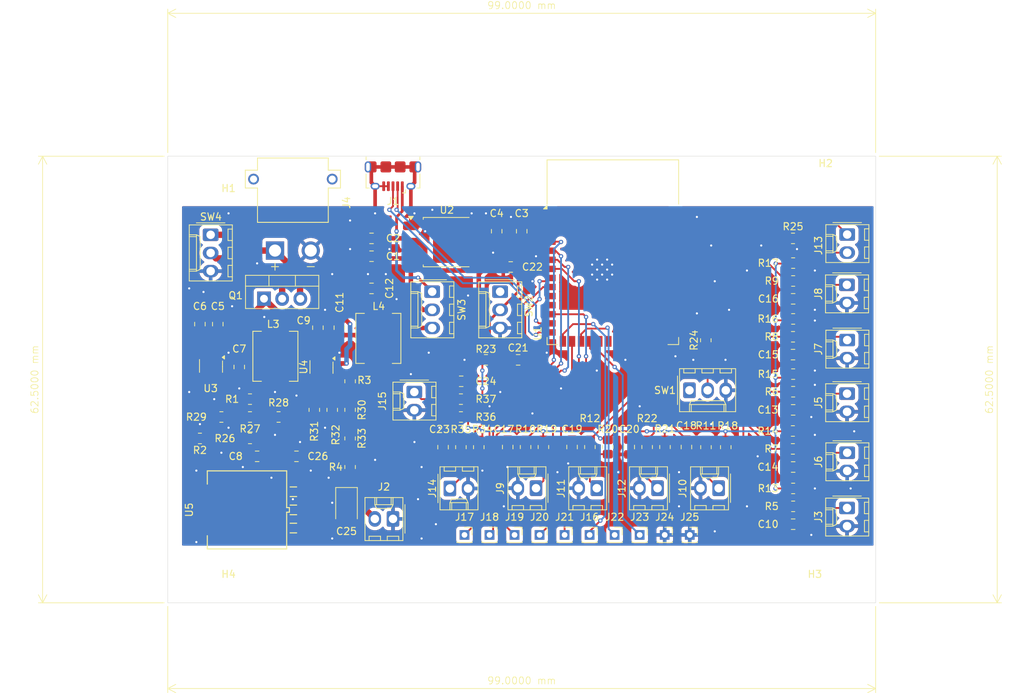
<source format=kicad_pcb>
(kicad_pcb (version 20240108) (generator "pcbnew") (generator_version "8.0")
  (layers (0 "F.Cu" signal) (31 "B.Cu" signal) (34 "B.Paste" user) (35 "F.Paste" user) (36 "B.SilkS" user "B.Silkscreen") (37 "F.SilkS" user "F.Silkscreen") (38 "B.Mask" user) (39 "F.Mask" user) (44 "Edge.Cuts" user))
  (net 0 "")
  (net 1 "GND")
  (net 2 "Net-(SW3-B)")
  (net 3 "Net-(U5-IN)")
  (net 4 "+3V3")
  (net 5 "+7.5V")
  (net 6 "Net-(U3-VBST)")
  (net 7 "Net-(U3-SW)")
  (net 8 "Net-(J2-Pin_2)")
  (net 9 "/PAN-UP")
  (net 10 "Net-(U4-SW)")
  (net 11 "Net-(U4-VBST)")
  (net 12 "/POW_BUCK")
  (net 13 "/TILT-LEFT")
  (net 14 "/PAN-DOWN")
  (net 15 "/TILT-RIGHT")
  (net 16 "/PICTURE")
  (net 17 "/ZOOM-IN")
  (net 18 "/VIDEO")
  (net 19 "/ZOOM-OUT")
  (net 20 "/MODE")
  (net 21 "/EN")
  (net 22 "Net-(J3-Pin_1)")
  (net 23 "Net-(J5-Pin_1)")
  (net 24 "Net-(J6-Pin_1)")
  (net 25 "Net-(J7-Pin_1)")
  (net 26 "Net-(J8-Pin_1)")
  (net 27 "Net-(J9-Pin_1)")
  (net 28 "Net-(J10-Pin_1)")
  (net 29 "Net-(J11-Pin_1)")
  (net 30 "Net-(J12-Pin_1)")
  (net 31 "Net-(J13-Pin_1)")
  (net 32 "Net-(U3-VFB)")
  (net 33 "Net-(U4-VFB)")
  (net 34 "/BOOT")
  (net 36 "/SPEED-DOWN")
  (net 40 "/SPEED-UP")
  (net 45 "/POW_USB")
  (net 49 "Net-(J14-Pin_1)")
  (net 51 "Net-(J15-Pin_1)")
  (net 52 "/IO3")
  (net 53 "/IO4")
  (net 55 "/IO5")
  (net 56 "Net-(SW1-B)")
  (net 59 "Net-(J13-Pin_2)")
  (net 60 "/D-")
  (net 61 "/D+")
  (net 62 "/IO6")
  (net 63 "/IO7")
  (net 64 "/IO8")
  (net 65 "/IO9")
  (net 66 "/IO10")
  (net 67 "Net-(R1-Pad2)")
  (net 68 "Net-(R3-Pad2)")
  (net 69 "Net-(R30-Pad2)")
  (net 71 "Net-(R1-Pad1)")
  (net 72 "/Source")
  (net 73 "/Gate")
  (footprint "Resistor_SMD:R_0805_2012Metric_Pad1.20x1.40mm_HandSolder" (layer "F.Cu") (at 118.5 108 -90)
    (property "Reference" "R3")
    (property "Value" "R")
  )
  (footprint "Connector_PinSocket_2.00mm:PinSocket_1x01_P2.00mm_Vertical" (layer "F.Cu") (at 162.5 129.5)
    (property "Reference" "J24")
    (property "Value" "Ground")
  )
  (footprint "Resistor_SMD:R_0805_2012Metric_Pad1.20x1.40mm_HandSolder" (layer "F.Cu") (at 152.04 117.2 90)
    (property "Reference" "R12")
    (property "Value" "10k")
  )
  (footprint "Capacitor_SMD:C_0805_2012Metric_Pad1.18x1.45mm_HandSolder" (layer "F.Cu") (at 97.5 100 90)
    (property "Reference" "C6")
    (property "Value" "100nF")
  )
  (footprint "Package_TO_SOT_SMD:TO-252-3_TabPin4" (layer "F.Cu") (at 132.04 88.525)
    (property "Reference" "U2")
    (property "Value" "AZ1117-3.3")
  )
  (footprint "Connector_Molex:Molex_KK-254_AE-6410-02A_1x02_P2.54mm_Vertical" (layer "F.Cu") (at 188.02 87.46 -90)
    (property "Reference" "J13")
    (property "Value" "LED-IO2")
  )
  (footprint "Resistor_SMD:R_0805_2012Metric_Pad1.20x1.40mm_HandSolder" (layer "F.Cu") (at 180.4625 99.27 180)
    (property "Reference" "R16")
    (property "Value" "10k")
  )
  (footprint "Capacitor_SMD:C_0805_2012Metric_Pad1.18x1.45mm_HandSolder" (layer "F.Cu") (at 149.54 117.2 -90)
    (property "Reference" "C19")
    (property "Value" "1uF")
  )
  (footprint "Resistor_SMD:R_0805_2012Metric_Pad1.20x1.40mm_HandSolder" (layer "F.Cu") (at 180.4625 125.5 180)
    (property "Reference" "R5")
    (property "Value" "10k")
  )
  (footprint "Capacitor_SMD:C_0805_2012Metric_Pad1.18x1.45mm_HandSolder" (layer "F.Cu") (at 114 100.5 90)
    (property "Reference" "C9")
    (property "Value" "10uF")
  )
  (footprint "Connector_Molex:Molex_KK-254_AE-6410-02A_1x02_P2.54mm_Vertical" (layer "F.Cu") (at 153 122.96 180)
    (property "Reference" "J11")
    (property "Value" "ZOOM-OUT")
  )
  (footprint "Resistor_SMD:R_0805_2012Metric_Pad1.20x1.40mm_HandSolder" (layer "F.Cu") (at 136.5 117.22 90)
    (property "Reference" "R34")
    (property "Value" "10k")
  )
  (footprint "Capacitor_SMD:C_0805_2012Metric_Pad1.18x1.45mm_HandSolder" (layer "F.Cu") (at 180.4625 112)
    (property "Reference" "C13")
    (property "Value" "1uF")
  )
  (footprint "Resistor_SMD:R_0805_2012Metric_Pad1.20x1.40mm_HandSolder" (layer "F.Cu") (at 104.5 110.5 180)
    (property "Reference" "R1")
    (property "Value" "R")
  )
  (footprint "Connector_Molex:Molex_KK-254_AE-6410-03A_1x03_P2.54mm_Vertical" (layer "F.Cu") (at 129.98 95.46 -90)
    (property "Reference" "SW3")
    (property "Value" "USB/Battery Switch")
  )
  (footprint "Connector_PinSocket_2.00mm:PinSocket_1x01_P2.00mm_Vertical" (layer "F.Cu") (at 152 129.5)
    (property "Reference" "J16")
    (property "Value" "IO3")
  )
  (footprint "Package_TO_SOT_SMD:SOT-23-6_Handsoldering" (layer "F.Cu") (at 99.05 105.85 -90)
    (property "Reference" "U3")
    (property "Value" "TPS565201DDCR")
  )
  (footprint "Connector_Molex:Molex_KK-254_AE-6410-02A_1x02_P2.54mm_Vertical" (layer "F.Cu") (at 161.5 122.96 180)
    (property "Reference" "J12")
    (property "Value" "MODE")
  )
  (footprint "Resistor_SMD:R_0805_2012Metric_Pad1.20x1.40mm_HandSolder" (layer "F.Cu") (at 145.54 117.2 90)
    (property "Reference" "R19")
    (property "Value" "10k")
  )
  (footprint "Connector_Molex:Molex_KK-254_AE-6410-03A_1x03_P2.54mm_Vertical" (layer "F.Cu") (at 165.96 109.26)
    (property "Reference" "SW1")
    (property "Value" "Boot Switch")
  )
  (footprint "Capacitor_SMD:C_0805_2012Metric_Pad1.18x1.45mm_HandSolder" (layer "F.Cu") (at 134.0375 108 180)
    (property "Reference" "C24")
    (property "Value" "1uF")
  )
  (footprint "Capacitor_SMD:C_0805_2012Metric_Pad1.18x1.45mm_HandSolder" (layer "F.Cu") (at 142.5 87 90)
    (property "Reference" "C3")
    (property "Value" "10uF")
  )
  (footprint "Capacitor_SMD:C_0805_2012Metric_Pad1.18x1.45mm_HandSolder" (layer "F.Cu") (at 103 106 90)
    (property "Reference" "C7")
    (property "Value" "100nF")
  )
  (footprint "Connector_Molex:Molex_KK-254_AE-6410-03A_1x03_P2.54mm_Vertical" (layer "F.Cu") (at 99 87.5 -90)
    (property "Reference" "SW4")
    (property "Value" "Power Switch")
  )
  (footprint "Resistor_SMD:R_0805_2012Metric_Pad1.20x1.40mm_HandSolder" (layer "F.Cu") (at 100.5 113 180)
    (property "Reference" "R29")
    (property "Value" "R")
  )
  (footprint "Connector_Molex:Molex_KK-254_AE-6410-02A_1x02_P2.54mm_Vertical" (layer "F.Cu") (at 132.46 123)
    (property "Reference" "J14")
    (property "Value" "SPEED-DOWN")
  )
  (footprint "XT30PW-M:AMASS_XT30PW-M" (layer "F.Cu") (at 110.5 79.70575)
    (property "Reference" "J4")
    (property "Value" "XT30PW-M")
  )
  (footprint "Capacitor_SMD:C_0805_2012Metric_Pad1.18x1.45mm_HandSolder" (layer "F.Cu") (at 140.54 117.2 -90)
    (property "Reference" "C17")
    (property "Value" "1uF")
  )
  (footprint "Capacitor_Tantalum_SMD:CP_EIA-3528-12_Kemet-T_Pad1.50x2.35mm_HandSolder" (layer "F.Cu") (at 118 125.5 -90)
    (property "Reference" "C25")
    (property "Value" "15uF")
  )
  (footprint "Resistor_SMD:R_0805_2012Metric_Pad1.20x1.40mm_HandSolder" (layer "F.Cu") (at 113.5 112 -90)
    (property "Reference" "R31")
    (property "Value" "R")
  )
  (footprint "Resistor_SMD:R_0805_2012Metric_Pad1.20x1.40mm_HandSolder" (layer "F.Cu") (at 168.27 117.22 90)
    (property "Reference" "R11")
    (property "Value" "10k")
  )
  (footprint "Resistor_SMD:R_0805_2012Metric_Pad1.20x1.40mm_HandSolder" (layer "F.Cu") (at 104.5 113 180)
    (property "Reference" "R27")
    (property "Value" "R")
  )
  (footprint "Connector_PinSocket_2.00mm:PinSocket_1x01_P2.00mm_Vertical" (layer "F.Cu") (at 148.5 129.5)
    (property "Reference" "J21")
    (property "Value" "IO8")
  )
  (footprint "Capacitor_SMD:C_0805_2012Metric_Pad1.18x1.45mm_HandSolder" (layer "F.Cu") (at 111 118.5)
    (property "Reference" "C26")
    (property "Value" "15uF")
  )
  (footprint "Capacitor_SMD:C_0805_2012Metric_Pad1.18x1.45mm_HandSolder" (layer "F.Cu") (at 157.54 117.2 -90)
    (property "Reference" "C20")
    (property "Value" "1uF")
  )
  (footprint "Connector_Molex:Molex_KK-254_AE-6410-02A_1x02_P2.54mm_Vertical" (layer "F.Cu") (at 170.04 122.96 180)
    (property "Reference" "J10")
    (property "Value" "VIDEO")
  )
  (footprint "IHLP-2525CZ-01:2525" (layer "F.Cu") (at 122.5 102 90)
    (property "Reference" "L4")
    (property "Value" "3.3uH")
  )
  (footprint "Resistor_SMD:R_0805_2012Metric_Pad1.20x1.40mm_HandSolder" (layer "F.Cu") (at 134 117.22 90)
    (property "Reference" "R35")
    (property "Value" "10k")
  )
  (footprint "Connector_Molex:Molex_KK-254_AE-6410-02A_1x02_P2.54mm_Vertical" (layer "F.Cu") (at 127.48 109.5 -90)
    (property "Reference" "J15")
    (property "Value" "SPPED-UP")
  )
  (footprint "Resistor_SMD:R_0805_2012Metric_Pad1.20x1.40mm_HandSolder" (layer "F.Cu") (at 171.04 117.22 90)
    (property "Reference" "R18")
    (property "Value" "10k")
  )
  (footprint "Resistor_SMD:R_0805_2012Metric_Pad1.20x1.40mm_HandSolder" (layer "F.Cu") (at 180.425 114.96 180)
    (property "Reference" "R14")
    (property "Value" "10k")
  )
  (footprint "Resistor_SMD:R_0805_2012Metric_Pad1.20x1.40mm_HandSolder" (layer "F.Cu") (at 134 113)
    (property "Reference" "R36")
    (property "Value" "10k")
  )
  (footprint "Resistor_SMD:R_0805_2012Metric_Pad1.20x1.40mm_HandSolder" (layer "F.Cu") (at 118.5 112 -90)
    (property "Reference" "R30")
    (property "Value" "R")
  )
  (footprint "Connector_Molex:Molex_KK-254_AE-6410-02A_1x02_P2.54mm_Vertical" (layer "F.Cu") (at 187.98 94.5 -90)
    (property "Reference" "J8")
    (property "Value" "PICTURE")
  )
  (footprint "Capacitor_SMD:C_0805_2012Metric_Pad1.18x1.45mm_HandSolder" (layer "F.Cu") (at 117 100.5 -90)
    (property "Reference" "C11")
    (property "Value" "100nF")
  )
  (footprint "Capacitor_SMD:C_0805_2012Metric_Pad1.18x1.45mm_HandSolder" (layer "F.Cu") (at 180.4625 96.46)
    (property "Reference" "C16")
    (property "Value" "1uF")
  )
  (footprint "Resistor_SMD:R_0805_2012Metric_Pad1.20x1.40mm_HandSolder" (layer "F.Cu") (at 180.4625 91.46 180)
    (property "Reference" "R17")
    (property "Value" "10k")
  )
  (footprint "Resistor_SMD:R_0805_2012Metric_Pad1.20x1.40mm_HandSolder" (layer "F.Cu") (at 180.425 117.46 180)
    (property "Reference" "R7")
    (property "Value" "10k")
  )
  (footprint "Connector_USB:USB_Micro-B_Amphenol_10118194-0001LF_Horizontal" (layer "F.Cu") (at 124.5 79.3 180)
    (property "Reference" "J1")
    (property "Value" "USB_B_Micro")
  )
  (footprint "Resistor_SMD:R_0805_2012Metric_Pad1.20x1.40mm_HandSolder" (layer "F.Cu") (at 180.4625 93.96 180)
    (property "Reference" "R9")
    (property "Value" "10k")
  )
  (footprint "Package_TO_SOT_THT:TO-220-3_Vertical" (layer "F.Cu") (at 106.46 96.445)
    (property "Reference" "Q1")
    (property "Value" "PMOS")
  )
  (footprint "Connector_PinSocket_2.00mm:PinSocket_1x01_P2.00mm_Vertical" (layer "F.Cu") (at 141.5 129.5)
    (property "Reference" "J19")
    (property "Value" "IO6")
  )
  (footprint "Resistor_SMD:R_0805_2012Metric_Pad1.20x1.40mm_HandSolder" (layer "F.Cu") (at 108.5 113 180)
    (property "Reference" "R28")
    (property "Value" "R")
  )
  (footprint "MountingHole:MountingHole_3.2mm_M3" (layer "F.Cu") (at 97 135)
    (property "Reference" "H4")
    (property "Value" "MountingHole")
  )
  (footprint "Connector_Molex:Molex_KK-254_AE-6410-03A_1x03_P2.54mm_Vertical" (layer "F.Cu") (at 139.48 95.46 -90)
    (property "Reference" "SW2")
    (property "Value" "Enable Switch")
  )
  (footprint "Connector_Molex:Molex_KK-254_AE-6410-02A_1x02_P2.54mm_Vertical" (layer "F.Cu") (at 188 125.73 -90)
    (property "Reference" "J3")
    (property "Value" "PAN-UP")
  )
  (footprint "Capacitor_SMD:C_0805_2012Metric_Pad1.18x1.45mm_HandSolder" (layer "F.Cu") (at 180.4625 128)
    (property "Reference" "C10")
    (property "Value" "1uF")
  )
  (footprint "MountingHole:MountingHole_3.2mm_M3" (layer "F.Cu") (at 188 135)
    (property "Reference" "H3")
    (property "Value" "MountingHole")
  )
  (footprint "Connector_PinSocket_2.00mm:PinSocket_1x01_P2.00mm_Vertical" (layer "F.Cu") (at 155.5 129.5)
    (property "Reference" "J22")
    (property "Value" "IO9")
  )
  (footprint "Capacitor_SMD:C_0805_2012Metric_Pad1.18x1.45mm_HandSolder" (layer "F.Cu") (at 180.4425 104.27)
    (property "Reference" "C15")
    (property "Value" "1uF")
  )
  (footprint "Capacitor_SMD:C_0805_2012Metric_Pad1.18x1.45mm_HandSolder" (layer "F.Cu") (at 142 105)
    (property "Reference" "C21")
    (property "Value" "1uF")
  )
  (footprint "Resistor_SMD:R_0805_2012Metric_Pad1.20x1.40mm_HandSolder" (layer "F.Cu") (at 116 112 -90)
    (property "Reference" "R32")
    (property "Value" "R")
  )
  (footprint "IHLP-2525CZ-01:2525" (layer "F.Cu") (at 108 104.5 -90)
    (property "Reference" "L3")
    (property "Value" "3.3uH")
  )
  (footprint "Resistor_SMD:R_0805_2012Metric_Pad1.20x1.40mm_HandSolder" (layer "F.Cu") (at 134 110.5)
    (property "Reference" "R37")
    (property "Value" "10k")
  )
  (footprint "Resistor_SMD:R_0805_2012Metric_Pad1.20x1.40mm_HandSolder" (layer "F.Cu") (at 154.54 117.2 90)
    (property "Reference" "R20")
    (property "Value" "10k")
  )
  (footprint "Connector_Molex:Molex_KK-254_AE-6410-02A_1x02_P2.54mm_Vertical" (layer "F.Cu") (at 188 109.73 -90)
    (property "Reference" "J5")
    (property "Value" "TILT-LEFT")
  )
  (footprint "Connector_Molex:Molex_KK-254_AE-6410-02A_1x02_P2.54mm_Vertical" (layer "F.Cu") (at 188.02 118 -90)
    (property "Reference" "J6")
    (property "Value" "PAN-DOWN")
  )
  (footprint "Capacitor_SMD:C_0805_2012Metric_Pad1.18x1.45mm_HandSolder" (layer "F.Cu") (at 105.5 118.5 180)
    (property "Reference" "C8")
    (property "Value" "22uF")
  )
  (footprint "Capacitor_SMD:C_0805_2012Metric_Pad1.18x1.45mm_HandSolder" (layer "F.Cu") (at 140.9625 92)
    (property "Reference" "C22")
    (property "Value" "100nF")
  )
  (footprint "Connector_PinSocket_2.00mm:PinSocket_1x01_P2.00mm_Vertical" (layer "F.Cu") (at 166 129.5)
    (property "Reference" "J25")
    (property "Value" "Ground")
  )
  (footprint "Capacitor_SMD:C_0805_2012Metric_Pad1.18x1.45mm_HandSolder" (layer "F.Cu") (at 180.4625 120)
    (property "Reference" "C14")
    (property "Value" "1uF")
  )
  (footprint "Resistor_SMD:R_0805_2012Metric_Pad1.20x1.40mm_HandSolder" (layer "F.Cu") (at 143.04 117.2 90)
    (property "Reference" "R10")
    (property "Value" "10k")
  )
  (footprint "Capacitor_SMD:C_0805_2012Metric_Pad1.18x1.45mm_HandSolder" (layer "F.Cu") (at 121.5 95 180)
    (property "Reference" "C12")
    (property "Value" "22uF")
  )
  (footprint "Connector_PinSocket_2.00mm:PinSocket_1x01_P2.00mm_Vertical" (layer "F.Cu") (at 138 129.5)
    (property "Reference" "J18")
    (property "Value" "IO5")
  )
  (footprint "Connector_PinSocket_2.00mm:PinSocket_1x01_P2.00mm_Vertical" (layer "F.Cu") (at 145 129.5)
    (property "Reference" "J20")
    (property "Value" "IO7")
  )
  (footprint "Resistor_SMD:R_0805_2012Metric_Pad1.20x1.40mm_HandSolder" (layer "F.Cu") (at 168.25 102.26 90)
    (property "Reference" "R24")
    (property "Value" "100R")
  )
  (footprint "Resistor_SMD:R_0805_2012Metric_Pad1.20x1.40mm_HandSolder" (layer "F.Cu") (at 118.5 116 -90)
    (property "Reference" "R33")
    (property "Value" "R")
  )
  (footprint "Capacitor_SMD:C_0805_2012Metric_Pad1.18x1.45mm_HandSolder" (layer "F.Cu") (at 121.5 88 180)
    (property "Reference" "C2")
    (property "Value" "22uF")
  )
  (footprint "Resistor_SMD:R_0805_2012Metric_Pad1.20x1.40mm_HandSolder" (layer "F.Cu") (at 118.5 120 -90)
    (property "Reference" "R4")
    (property "Value" "10kOhm")
  )
  (footprint "MountingHole:MountingHole_3.2mm_M3" (layer "F.Cu") (at 97 81)
    (property "Reference" "H1")
    (property "Value" "MountingHole")
  )
  (footprint "Capacitor_SMD:C_0805_2012Metric_Pad1.18x1.45mm_HandSolder" (layer "F.Cu") (at 121.5 90.5 180)
    (property "Reference" "C1")
    (property "Value" "10uF")
  )
  (footprint "Connector_Molex:Molex_KK-254_AE-6410-02A_1x02_P2.54mm_Vertical" (layer "F.Cu") (at 144.5 122.96 180)
    (property "Reference" "J9")
    (property "Value" "ZOOM-IN")
  )
  (footprint "Package_TO_SOT_SMD:SOT-23-6_Handsoldering" (layer "F.Cu") (at 114.5 106 -90)
    (property "Reference" "U4")
    (property "Value" "TPS565201DDCR")
  )
  (footprint "Resistor_SMD:R_0805_2012Metric_Pad1.20x1.40mm_HandSolder" (layer "F.Cu") (at 180.4625 107 180)
    (property "Reference" "R15")
    (property "Value" "10k")
  )
  (footprint "Resistor_SMD:R_0805_2012Metric_Pad1.20x1.40mm_HandSolder" (layer "F.Cu") (at 162.54 117.2 90)
    (property "Reference" "R21")
    (property "Value" "10k")
  )
  (footprint "Resistor_SMD:R_0805_2012Metric_Pad1.20x1.40mm_HandSolder" (layer "F.Cu") (at 137.5 105 180)
    (property "Reference" "R23")
    (property "Value" "10k")
  )
  (footprint "Connector_Molex:Molex_KK-254_AE-6410-02A_1x02_P2.54mm_Vertical" (layer "F.Cu") (at 188.02 102.23 -90)
    (property "Reference" "J7")
    (property "Value" "TILT-RIGHT")
  )
  (footprint "Capacitor_SMD:C_0805_2012Metric_Pad1.18x1.45mm_HandSolder" (layer "F.Cu") (at 100 100 90)
    (property "Reference" "C5")
    (property "Value" "10uF")
  )
  (footprint "footprints:TO-263-3_MCH" (layer "F.Cu") (at 104.0823 126 90)
    (property "Reference" "U5")
    (property "Value" "MIC29300-5.0WU-TR")
  )
  (footprint "Connector_PinSocket_2.00mm:PinSocket_1x01_P2.00mm_Vertical" (layer "F.Cu") (at 134.5 129.5)
    (property "Reference" "J17")
    (property "Value" "IO4")
  )
  (footprint "Resistor_SMD:R_0805_2012Metric_Pad1.20x1.40mm_HandSolder" (layer "F.Cu") (at 180.4625 123 180)
    (property "Reference" "R13")
    (property "Value" "10k")
  )
  (footprint "Resistor_SMD:R_0805_2012Metric_Pad1.20x1.40mm_HandSolder" (layer "F.Cu") (at 180.4425 88)
    (property "Reference" "R25")
    (property "Value" "5k")
  )
  (footprint "Connector_Molex:Molex_KK-254_AE-6410-02A_1x02_P2.54mm_Vertical" (layer "F.Cu") (at 124.5 127.26 180)
    (property "Reference" "J2")
    (property "Value" "5V to Raspi")
  )
  (footprint "Resistor_SMD:R_0805_2012Metric_Pad1.20x1.40mm_HandSolder" (layer "F.Cu") (at 160.04 117.2 90)
    (property "Reference" "R22")
    (property "Value" "10k")
  )
  (footprint "Resistor_SMD:R_0805_2012Metric_Pad1.20x1.40mm_HandSolder" (layer "F.Cu") (at 180.4625 109.46 180)
    (property "Reference" "R6")
    (property "Value" "10k")
  )
  (footprint "RF_Module:ESP32-S3-WROOM-1" (layer "F.Cu") (at 155.25 89.91)
    (property "Reference" "U1")
    (property "Value" "ESP32-S3-WROOM-1")
  )
  (footprint "Capacitor_SMD:C_0805_2012Metric_Pad1.18x1.45mm_HandSolder" (layer "F.Cu") (at 131.5 117.22 -90)
    (property "Reference" "C23")
    (property "Value" "1uF")
  )
  (footprint "Resistor_SMD:R_0805_2012Metric_Pad1.20x1.40mm_HandSolder" (layer "F.Cu") (at 104.5 116 180)
    (property "Reference" "R26")
    (property "Value" "R")
  )
  (footprint "Capacitor_SMD:C_0805_2012Metric_Pad1.18x1.45mm_HandSolder" (layer "F.Cu") (at 139 87 90)
    (property "Reference" "C4")
    (property "Value" "0.1uF")
  )
  (footprint "Resistor_SMD:R_0805_2012Metric_Pad1.20x1.40mm_HandSolder" (layer "F.Cu") (at 97.5 116 180)
    (property "Reference" "R2")
    (property "Value" "10kOhm")
  )
  (footprint "Resistor_SMD:R_0805_2012Metric_Pad1.20x1.40mm_HandSolder" (layer "F.Cu") (at 180.4425 101.77 180)
    (property "Reference" "R8")
    (property "Value" "10k")
  )
  (footprint "MountingHole:MountingHole_3.2mm_M3" (layer "F.Cu") (at 188 81)
    (property "Reference" "H2")
    (property "Value" "MountingHole")
  )
  (footprint "Connector_PinSocket_2.00mm:PinSocket_1x01_P2.00mm_Vertical" (layer "F.Cu") (at 159 129.5)
    (property "Reference" "J23")
    (property "Value" "IO10")
  )
  (footprint "Capacitor_SMD:C_0805_2012Metric_Pad1.18x1.45mm_HandSolder" (layer "F.Cu") (at 165.54 117.2 -90)
    (property "Reference" "C18")
    (property "Value" "1uF")
  )
  (gr_rect (start 93 76.5) (end 192 139) (stroke (width 0.05)) (fill none) (layer "Edge.Cuts"))
  (dimension (type aligned) (layer "F.SilkS") (pts (xy 93 139) (xy 192 139)) (height 12) (gr_text "99.0000 mm" (at 142.5 149.9 0) (layer "F.SilkS") (effects (font (size 1 1) (thickness 0.1)))) (format (prefix "") (suffix "") (units 3) (units_format 1) (precision 4)) (style (thickness 0.1) (arrow_length 1.27) (text_position_mode 0) (extension_height 0.58642) (extension_offset 0.5) keep_text_aligned))
  (dimension (type aligned) (layer "F.SilkS") (pts (xy 192 139) (xy 192 76.5)) (height 17) (gr_text "62.5000 mm" (at 207.9 107.75 90) (layer "F.SilkS") (effects (font (size 1 1) (thickness 0.1)))) (format (prefix "") (suffix "") (units 3) (units_format 1) (precision 4)) (style (thickness 0.1) (arrow_length 1.27) (text_position_mode 0) (extension_height 0.58642) (extension_offset 0.5) keep_text_aligned))
  (dimension (type aligned) (layer "F.SilkS") (pts (xy 192 76.5) (xy 93 76.5)) (height 20) (gr_text "99.0000 mm" (at 142.5 55.4 0) (layer "F.SilkS") (effects (font (size 1 1) (thickness 0.1)))) (format (prefix "") (suffix "") (units 3) (units_format 1) (precision 4)) (style (thickness 0.1) (arrow_length 1.27) (text_position_mode 0) (extension_height 0.58642) (extension_offset 0.5) keep_text_aligned))
  (dimension (type aligned) (layer "F.SilkS") (pts (xy 93 76.5) (xy 93 139)) (height 17.5) (gr_text "62.5000 mm" (at 74.4 107.75 90) (layer "F.SilkS") (effects (font (size 1 1) (thickness 0.1)))) (format (prefix "") (suffix "") (units 3) (units_format 1) (precision 4)) (style (thickness 0.1) (arrow_length 1.27) (text_position_mode 0) (extension_height 0.58642) (extension_offset 0.5) keep_text_aligned))
  (segment (start 127 84) (end 127.5 84.5) (width 0.508) (layer "F.Cu") (net 1))
  (segment (start 127.525 80.175) (end 127 80.7) (width 0.508) (layer "F.Cu") (net 1))
  (segment (start 123.5 78) (end 125.5 78) (width 0.508) (layer "F.Cu") (net 1))
  (segment (start 104.4625 119.0375) (end 103.5 120) (width 0.889) (layer "F.Cu") (net 1))
  (segment (start 149.54 118.96) (end 149 119.5) (width 0.254) (layer "F.Cu") (net 1))
  (segment (start 121.475 80.175) (end 122 80.7) (width 0.508) (layer "F.Cu") (net 1))
  (segment (start 104.4625 118.5) (end 104.4625 119.0375) (width 0.889) (layer "F.Cu") (net 1))
  (segment (start 115.45 104.65) (end 116.35 104.65) (width 0.635) (layer "F.Cu") (net 1))
  (segment (start 127.5 84.5) (end 127.5 85.745) (width 0.508) (layer "F.Cu") (net 1))
  (segment (start 121.475 78) (end 121.475 80.175) (width 0.508) (layer "F.Cu") (net 1))
  (segment (start 112.0375 118.5) (end 112.0375 119.5375) (width 0.889) (layer "F.Cu") (net 1))
  (segment (start 121.475 78) (end 123.5 78) (width 0.508) (layer "F.Cu") (net 1))
  (segment (start 127.525 78) (end 125.5 78) (width 0.508) (layer "F.Cu") (net 1))
  (segment (start 112.0375 119.5375) (end 113 120.5) (width 0.889) (layer "F.Cu") (net 1))
  (segment (start 140.54 119.96) (end 140.5 120) (width 0.254) (layer "F.Cu") (net 1))
  (segment (start 116.35 104.65) (end 117 104) (width 0.635) (layer "F.Cu") (net 1))
  (segment (start 100 104.5) (end 101 104.5) (width 0.508) (layer "F.Cu") (net 1))
  (segment (start 101 104.5) (end 101.5 104) (width 0.508) (layer "F.Cu") (net 1))
  (segment (start 140.54 118.2375) (end 140.54 119.96) (width 0.254) (layer "F.Cu") (net 1))
  (segment (start 122 80.7) (end 122 84.5) (width 0.508) (layer "F.Cu") (net 1))
  (segment (start 123.2 80.7) (end 122 80.7) (width 0.254) (layer "F.Cu") (net 1))
  (segment (start 127 80.7) (end 127 84) (width 0.508) (layer "F.Cu") (net 1))
  (segment (start 123.85 80.7) (end 123.2 80.7) (width 0.254) (layer "F.Cu") (net 1))
  (segment (start 127.525 78) (end 127.525 80.175) (width 0.508) (layer "F.Cu") (net 1))
  (segment (start 127.5 85.745) (end 127 86.245) (width 0.508) (layer "F.Cu") (net 1))
  (segment (start 149.54 118.2375) (end 149.54 118.96) (width 0.254) (layer "F.Cu") (net 1))
  (via (at 135.5 84.5) (size 0.6) (drill 0.3) (layers "F.Cu" "B.Cu") (net 1))
  (via (at 141 85) (size 0.6) (drill 0.3) (layers "F.Cu" "B.Cu") (net 1))
  (via (at 169 114) (size 0.6) (drill 0.3) (layers "F.Cu" "B.Cu") (net 1))
  (via (at 148 109) (size 0.6) (drill 0.3) (layers "F.Cu" "B.Cu") (net 1))
  (via (at 159 111.5) (size 0.6) (drill 0.3) (layers "F.Cu" "B.Cu") (net 1))
  (via (at 147.5 120.72) (size 0.6) (drill 0.3) (layers "F.Cu" "B.Cu") (net 1))
  (via (at 115 114.5) (size 0.6) (drill 0.3) (layers "F.Cu" "B.Cu") (net 1))
  (via (at 183.5 98) (size 0.6) (drill 0.3) (layers "F.Cu" "B.Cu") (net 1))
  (via (at 134.5 105) (size 0.6) (drill 0.3) (layers "F.Cu" "B.Cu") (net 1))
  (via (at 115.5 121.5) (size 0.6) (drill 0.3) (layers "F.Cu" "B.Cu") (net 1))
  (via (at 129 87) (size 0.6) (drill 0.3) (layers "F.Cu" "B.Cu") (net 1))
  (via (at 128.5 120) (size 0.6) (drill 0.3) (layers "F.Cu" "B.Cu") (net 1))
  (via (at 101.5 104) (size 0.6) (drill 0.3) (layers "F.Cu" "B.Cu") (net 1))
  (via (at 153 106.5) (size 0.6) (drill 0.3) (layers "F.Cu" "B.Cu") (net 1))
  (via (at 149 119.5) (size 0.6) (drill 0.3) (layers "F.Cu" "B.Cu") (net 1))
  (via (at 116 130) (size 0.6) (drill 0.3) (layers "F.Cu" "B.Cu") (net 1))
  (via (at 137.5 84.5) (size 0.6) (drill 0.3) (layers "F.Cu" "B.Cu") (net 1))
  (via (at 128.5 130) (size 0.6) (drill 0.3) (layers "F.Cu" "B.Cu") (net 1))
  (via (at 183.5 106.5) (size 0.6) (drill 0.3) (layers "F.Cu" "B.Cu") (net 1))
  (via (at 97 120.5) (size 0.6) (drill 0.3) (layers "F.Cu" "B.Cu") (net 1))
  (via (at 140.5 120) (size 0.6) (drill 0.3) (layers "F.Cu" "B.Cu") (net 1))
  (via (at 169 89) (size 0.6) (drill 0.3) (layers "F.Cu" "B.Cu") (net 1))
  (via (at 156 120.72) (size 0.6) (drill 0.3) (layers "F.Cu" "B.Cu") (net 1))
  (via (at 115 98) (size 0.6) (drill 0.3) (layers "F.Cu" "B.Cu") (net 1))
  (via (at 124 89.5) (size 0.6) (drill 0.3) (layers "F.Cu" "B.Cu") (net 1))
  (via (at 138 111.5) (size 0.6) (drill 0.3) (layers "F.Cu" "B.Cu") (net 1))
  (via (at 157 105) (size 0.6) (drill 0.3) (layers "F.Cu" "B.Cu") (net 1))
  (via (at 183 129.5) (size 0.6) (drill 0.3) (layers "F.Cu" "B.Cu") (net 1))
  (via (at 108 109.5) (size 0.6) (drill 0.3) (layers "F.Cu" "B.Cu") (net 1))
  (via (at 167 85) (size 0.6) (drill 0.3) (layers "F.Cu" "B.Cu") (net 1))
  (via (at 103 109) (size 0.6) (drill 0.3) (layers "F.Cu" "B.Cu") (net 1))
  (via (at 166.5 105) (size 0.6) (drill 0.3) (layers "F.Cu" "B.Cu") (net 1))
  (via (at 171.5 98) (size 0.6) (drill 0.3) (layers "F.Cu" "B.Cu") (net 1))
  (via (at 183.5 92.5) (size 0.6) (drill 0.3) (layers "F.Cu" "B.Cu") (net 1))
  (via (at 183.5 115.5) (size 0.6) (drill 0.3) (layers "F.Cu" "B.Cu") (net 1))
  (via (at 110.5 124.5) (size 0.6) (drill 0.3) (layers "F.Cu" "B.Cu") (net 1))
  (via (at 107.5 121.5) (size 0.6) (drill 0.3) (layers "F.Cu" "B.Cu") (net 1))
  (via (at 123.5 93) (size 0.6) (drill 0.3) (layers "F.Cu" "B.Cu") (net 1))
  (via (at 113 120.5) (size 0.6) (drill 0.3) (layers "F.Cu" "B.Cu") (net 1))
  (via (at 106.5 99) (size 0.6) (drill 0.3) (layers "F.Cu" "B.Cu") (net 1))
  (via (at 140 125.5) (size 0.6) (drill 0.3) (layers "F.Cu" "B.Cu") (net 1))
  (via (at 130 84) (size 0.6) (drill 0.3) (layers "F.Cu" "B.Cu") (net 1))
  (via (at 164.5 125.5) (size 0.6) (drill 0.3) (layers "F.Cu" "B.Cu") (net 1))
  (via (at 189 115) (size 0.6) (drill 0.3) (layers "F.Cu" "B.Cu") (net 1))
  (via (at 181 89.5) (size 0.6) (drill 0.3) (layers "F.Cu" "B.Cu") (net 1))
  (via (at 127.5 84.5) (size 0.6) (drill 0.3) (layers "F.Cu" "B.Cu") (net 1))
  (via (at 111.5 116.5) (size 0.6) (drill 0.3) (layers "F.Cu" "B.Cu") (net 1))
  (via (at 144 112.5) (size 0.6) (drill 0.3) (layers "F.Cu" "B.Cu") (net 1))
  (via (at 99.5 110.5) (size 0.6) (drill 0.3) (layers "F.Cu" "B.Cu") (net 1))
  (via (at 169.5 129) (size 0.6) (drill 0.3) (layers "F.Cu" "B.Cu") (net 1))
  (via (at 105.5 91.5) (size 0.6) (drill 0.3) (layers "F.Cu" "B.Cu") (net 1))
  (via (at 144.5 90.5) (size 0.6) (drill 0.3) (layers "F.Cu" "B.Cu") (net 1))
  (via (at 188.5 123) (size 0.6) (drill 0.3) (layers "F.Cu" "B.Cu") (net 1))
  (via (at 127 107) (size 0.6) (drill 0.3) (layers "F.Cu" "B.Cu") (net 1))
  (via (at 98 95.5) (size 0.6) (drill 0.3) (layers "F.Cu" "B.Cu") (net 1))
  (via (at 96 95) (size 0.6) (drill 0.3) (layers "F.Cu" "B.Cu") (net 1))
  (via (at 175.5 118.5) (size 0.6) (drill 0.3) (layers "F.Cu" "B.Cu") (net 1))
  (via (at 129.5 104) (size 0.6) (drill 0.3) (layers "F.Cu" "B.Cu") (net 1))
  (via (at 171 105) (size 0.6) (drill 0.3) (layers "F.Cu" "B.Cu") (net 1))
  (via (at 100.5 118) (size 0.6) (drill 0.3) (layers "F.Cu" "B.Cu") (net 1))
  (via (at 146 104) (size 0.6) (drill 0.3) (layers "F.Cu" "B.Cu") (net 1))
  (via (at 96 109.5) (size 0.6) (drill 0.3) (layers "F.Cu" "B.Cu") (net 1))
  (via (at 139.5 109.5) (size 0.6) (drill 0.3) (layers "F.Cu" "B.Cu") (net 1))
  (via (at 130.5 128) (size 0.6) (drill 0.3) (layers "F.Cu" "B.Cu") (net 1))
  (via (at 138.5 90) (size 0.6) (drill 0.3) (layers "F.Cu" "B.Cu") (net 1))
  (via (at 174 92.5) (size 0.6) (drill 0.3) (layers "F.Cu" "B.Cu") (net 1))
  (via (at 174 125.5) (size 0.6) (drill 0.3) (layers "F.Cu" "B.Cu") (net 1))
  (via (at 103.5 120) (size 0.6) (drill 0.3) (layers "F.Cu" "B.Cu") (net 1))
  (via (at 122 84.5) (size 0.6) (drill 0.3) (layers "F.Cu" "B.Cu") (net 1))
  (via (at 97.5 114) (size 0.6) (drill 0.3) (layers "F.Cu" "B.Cu") (net 1))
  (via (at 122 119) (size 0.6) (drill 0.3) (layers "F.Cu" "B.Cu") (net 1))
  (via (at 118.5 89.5) (size 0.6) (drill 0.3) (layers "F.Cu" "B.Cu") (net 1))
  (via (at 127.5 116.5) (size 0.6) (drill 0.3) (layers "F.Cu" "B.Cu") (net 1))
  (via (at 97 130.5) (size 0.6) (drill 0.3) (layers "F.Cu" "B.Cu") (net 1))
  (via (at 183.5 99.5) (size 0.6) (drill 0.3) (layers "F.Cu" "B.Cu") (net 1))
  (via (at 144 94) (size 0.6) (drill 0.3) (layers "F.Cu" "B.Cu") (net 1))
  (via (at 117 104) (size 0.6) (drill 0.3) (layers "F.Cu" "B.Cu") (net 1))
  (via (at 111 110) (size 0.6) (drill 0.3) (layers "F.Cu" "B.Cu") (net 1))
  (via (at 135 96) (size 0.6) (drill 0.3) (layers "F.Cu" "B.Cu") (net 1))
  (via (at 116 93) (size 0.6) (drill 0.3) (layers "F.Cu" "B.Cu") (net 1))
  (via (at 164 104.5) (size 0.6) (drill 0.3) (layers "F.Cu" "B.Cu") (net 1))
  (via (at 128 124.5) (size 0.6) (drill 0.3) (layers "F.Cu" "B.Cu") (net 1))
  (via (at 118.5 85.5) (size 0.6) (drill 0.3) (layers "F.Cu" "B.Cu") (net 1))
  (via (at 183.5 123) (size 0.6) (drill 0.3) (layers "F.Cu" "B.Cu") (net 1))
  (via (at 131 114.5) (size 0.6) (drill 0.3) (layers "F.Cu" "B.Cu") (net 1))
  (via (at 183.5 108.5) (size 0.6) (drill 0.3) (layers "F.Cu" "B.Cu") (net 1))
  (via (at 101.5 84.5) (size 0.6) (drill 0.3) (layers "F.Cu" "B.Cu") (net 1))
  (via (at 125 96.5) (size 0.6) (drill 0.3) (layers "F.Cu" "B.Cu") (net 1))
  (via (at 102 97.5) (size 0.6) (drill 0.3) (layers "F.Cu" "B.Cu") (net 1))
  (via (at 183 113) (size 0.6) (drill 0.3) (layers "F.Cu" "B.Cu") (net 1))
  (via (at 121 93) (size 0.6) (drill 0.3) (layers "F.Cu" "B.Cu") (net 1))
  (via (at 108 115.5) (size 0.6) (drill 0.3) (layers "F.Cu" "B.Cu") (net 1))
  (via (at 169.5 94) (size 0.6) (drill 0.3) (layers "F.Cu" "B.Cu") (net 1))
  (via (at 101.5 114.5) (size 0.6) (drill 0.3) (layers "F.Cu" "B.Cu") (net 1))
  (via (at 116 125) (size 0.6) (drill 0.3) (layers "F.Cu" "B.Cu") (net 1))
  (via (at 164.5 120.72) (size 0.6) (drill 0.3) (layers "F.Cu" "B.Cu") (net 1))
  (via (at 167 98.5) (size 0.6) (drill 0.3) (layers "F.Cu" "B.Cu") (net 1))
  (via (at 176 89) (size 0.6) (drill 0.3) (layers "F.Cu" "B.Cu") (net 1))
  (via (at 137 120.5) (size 0.6) (drill 0.3) (layers "F.Cu" "B.Cu") (net 1))
  (segment (start 128.7 98) (end 127 96.3) (width 0.635) (layer "F.Cu") (net 2))
  (segment (start 129.98 98) (end 128.7 98) (width 0.635) (layer "F.Cu") (net 2))
  (segment (start 122.8425 90.805) (end 122.5375 90.5) (width 0.635) (layer "F.Cu") (net 2))
  (segment (start 127 96.3) (end 127 90.805) (width 0.635) (layer "F.Cu") (net 2))
  (segment (start 127 90.805) (end 122.8425 90.805) (width 0.635) (layer "F.Cu") (net 2))
  (segment (start 109 123) (end 109 127) (width 0.889) (layer "F.Cu") (net 3))
  (segment (start 106.5375 118.5) (end 109.9625 118.5) (width 0.889) (layer "F.Cu") (net 3))
  (segment (start 109.9625 118.5) (end 109.9625 122.0375) (width 0.889) (layer "F.Cu") (net 3))
  (segment (start 109.9625 122.0375) (end 109 123) (width 0.889) (layer "F.Cu") (net 3))
  (segment (start 110.54 128.54) (end 113.1374 128.54) (width 0.889) (layer "F.Cu") (net 3))
  (segment (start 109.5 108.7686) (end 109.5 113) (width 0.889) (layer "F.Cu") (net 3))
  (segment (start 109.5 113) (end 109.5 118.0375) (width 0.889) (layer "F.Cu") (net 3))
  (segment (start 109 127) (end 110.54 128.54) (width 0.889) (layer "F.Cu") (net 3))
  (segment (start 108 107.2686) (end 109.5 108.7686) (width 0.889) (layer "F.Cu") (net 3))
  (segment (start 109.5 118.0375) (end 109.9625 118.5) (width 0.889) (layer "F.Cu") (net 3))
  (segment (start 128.1 88.525) (end 129 89.425) (width 0.635) (layer "F.Cu") (net 4))
  (segment (start 171 116.18) (end 171.04 116.22) (width 0.254) (layer "F.Cu") (net 4))
  (segment (start 137 105.5) (end 136.5 105) (width 0.254) (layer "F.Cu") (net 4))
  (segment (start 179.385 115) (end 179.425 114.96) (width 0.254) (layer "F.Cu") (net 4))
  (segment (start 137 111) (end 137 109) (width 0.254) (layer "F.Cu") (net 4))
  (segment (start 178 107.5) (end 178.9625 107.5) (width 0.254) (layer "F.Cu") (net 4))
  (segment (start 137 115.72) (end 136.5 116.22) (width 0.254) (layer "F.Cu") (net 4))
  (segment (start 178.029607 99.470393) (end 179.262107 99.470393) (width 0.254) (layer "F.Cu") (net 4))
  (segment (start 145.54 116.2) (end 146.02 116.2) (width 0.254) (layer "F.Cu") (net 4))
  (segment (start 154.54 116.2) (end 155.74 115) (width 0.254) (layer "F.Cu") (net 4))
  (segment (start 178 123) (end 179.4625 123) (width 0.254) (layer "F.Cu") (net 4))
  (segment (start 179.392893 91.529607) (end 179.4625 91.46) (width 0.254) (layer "F.Cu") (net 4))
  (segment (start 137.5 89.5375) (end 139 88.0375) (width 0.635) (layer "F.Cu") (net 4))
  (segment (start 137.5 92) (end 137.5 89.5375) (width 0.635) (layer "F.Cu") (net 4))
  (segment (start 145.5 115) (end 145.5 116.16) (width 0.254) (layer "F.Cu") (net 4))
  (segment (start 153.5 116) (end 154.34 116) (width 0.254) (layer "F.Cu") (net 4))
  (segment (start 144.6175 85.92) (end 146.5 85.92) (width 0.635) (layer "F.Cu") (net 4))
  (segment (start 127 88.525) (end 128.1 88.525) (width 0.635) (layer "F.Cu") (net 4))
  (segment (start 154.34 116) (end 154.54 116.2) (width 0.254) (layer "F.Cu") (net 4))
  (segment (start 162.5 116.16) (end 162.54 116.2) (width 0.254) (layer "F.Cu") (net 4))
  (segment (start 137 115) (end 137 115.72) (width 0.254) (layer "F.Cu") (net 4))
  (segment (start 155.74 115) (end 160 115) (width 0.254) (layer "F.Cu") (net 4))
  (segment (start 137 92.5) (end 137.5 92) (width 0.635) (layer "F.Cu") (net 4))
  (segment (start 136.5 93) (end 136.5 105) (width 0.635) (layer "F.Cu") (net 4))
  (segment (start 142.5 88.0375) (end 144.6175 85.92) (width 0.635) (layer "F.Cu") (net 4))
  (segment (start 179.262107 99.470393) (end 179.4625 99.27) (width 0.254) (layer "F.Cu") (net 4))
  (segment (start 171 115) (end 171 116.18) (width 0.254) (layer "F.Cu") (net 4))
  (segment (start 129 92) (end 129.5 92.5) (width 0.635) (layer "F.Cu") (net 4))
  (segment (start 178.9625 107.5) (end 179.4625 107) (width 0.254) (layer "F.Cu") (net 4))
  (segment (start 126.475 88) (end 127 88.525) (width 0.635) (layer "F.Cu") (net 4))
  (segment (start 178.029607 91.529607) (end 179.392893 91.529607) (width 0.254) (layer "F.Cu") (net 4))
  (segment (start 135 113) (end 137 111) (width 0.254) (layer "F.Cu") (net 4))
  (segment (start 122.5375 88) (end 126.475 88) (width 0.635) (layer "F.Cu") (net 4))
  (segment (start 139 88.0375) (end 142.5 88.0375) (width 0.635) (layer "F.Cu") (net 4))
  (segment (start 135 113) (end 135 114.5) (width 0.254) (layer "F.Cu") (net 4))
  (segment (start 137 106.5) (end 137 105.5) (width 0.254) (layer "F.Cu") (net 4))
  (segment (start 129 89.425) (end 129 92) (width 0.635) (layer "F.Cu") (net 4))
  (segment (start 137 92.5) (end 136.5 93) (width 0.635) (layer "F.Cu") (net 4))
  (segment (start 162.5 115) (end 162.5 116.16) (width 0.254) (layer "F.Cu") (net 4))
  (segment (start 145.5 116.16) (end 145.54 116.2) (width 0.254) (layer "F.Cu") (net 4))
  (segment (start 178 115) (end 179.385 115) (width 0.254) (layer "F.Cu") (net 4))
  (segment (start 129.5 92.5) (end 137 92.5) (width 0.635) (layer "F.Cu") (net 4))
  (via (at 145.5 115) (size 0.6) (drill 0.3) (layers "F.Cu" "B.Cu") (net 4))
  (via (at 178 115) (size 0.6) (drill 0.3) (layers "F.Cu" "B.Cu") (net 4))
  (via (at 178.029607 91.529607) (size 0.6) (drill 0.3) (layers "F.Cu" "B.Cu") (net 4))
  (via (at 137 109) (size 0.6) (drill 0.3) (layers "F.Cu" "B.Cu") (net 4))
  (via (at 153.5 116) (size 0.6) (drill 0.3) (layers "F.Cu" "B.Cu") (net 4))
  (via (at 160 115) (size 0.6) (drill 0.3) (layers "F.Cu" "B.Cu") (net 4))
  (via (at 178.029607 99.470393) (size 0.6) (drill 0.3) (layers "F.Cu" "B.Cu") (net 4))
  (via (at 162.5 115) (size 0.6) (drill 0.3) (layers "F.Cu" "B.Cu") (net 4))
  (via (at 171 115) (size 0.6) (drill 0.3) (layers "F.Cu" "B.Cu") (net 4))
  (via (at 178 107.5) (size 0.6) (drill 0.3) (layers "F.Cu" "B.Cu") (net 4))
  (via (at 178 123) (size 0.6) (drill 0.3) (layers "F.Cu" "B.Cu") (net 4))
  (via (at 135 114.5) (size 0.6) (drill 0.3) (layers "F.Cu" "B.Cu") (net 4))
  (via (at 137 106.5) (size 0.6) (drill 0.3) (layers "F.Cu" "B.Cu") (net 4))
  (via (at 137 115) (size 0.6) (drill 0.3) (layers "F.Cu" "B.Cu") (net 4))
  (segment (start 145.5 115) (end 152.5 115) (width 0.254) (layer "B.Cu") (net 4))
  (segment (start 171 115) (end 178 115) (width 0.254) (layer "B.Cu") (net 4))
  (segment (start 160 115) (end 162.5 115) (width 0.254) (layer "B.Cu") (net 4))
  (segment (start 136.5 114.5) (end 137 115) (width 0.254) (layer "B.Cu") (net 4))
  (segment (start 137 115) (end 145.5 115) (width 0.254) (layer "B.Cu") (net 4))
  (segment (start 178 123) (end 178 115) (width 0.254) (layer "B.Cu") (net 4))
  (segment (start 178 107.5) (end 178 99.5) (width 0.254) (layer "B.Cu") (net 4))
  (segment (start 152.5 115) (end 153.5 116) (width 0.254) (layer "B.Cu") (net 4))
  (segment (start 162.5 115) (end 171 115) (width 0.254) (layer "B.Cu") (net 4))
  (segment (start 137 109) (end 137 106.5) (width 0.254) (layer "B.Cu") (net 4))
  (segment (start 135 114.5) (end 136.5 114.5) (width 0.254) (layer "B.Cu") (net 4))
  (segment (start 178.029607 99.470393) (end 178.029607 91.529607) (width 0.254) (layer "B.Cu") (net 4))
  (segment (start 178 91.5) (end 178.029607 91.529607) (width 0.254) (layer "B.Cu") (net 4))
  (segment (start 178 115) (end 178 107.5) (width 0.254) (layer "B.Cu") (net 4))
  (segment (start 178 99.5) (end 178.029607 99.470393) (width 0.254) (layer "B.Cu") (net 4))
  (segment (start 113.55 101.9875) (end 114 101.5375) (width 0.635) (layer "F.Cu") (net 5))
  (segment (start 113.55 104.65) (end 113.55 105.45) (width 0.635) (layer "F.Cu") (net 5))
  (segment (start 98.1 104.5) (end 98.1 103.1) (width 0.635) (layer "F.Cu") (net 5))
  (segment (start 97.5 102.5) (end 97.5 101.0375) (width 0.635) (layer "F.Cu") (net 5))
  (segment (start 106.46 96.445) (end 106.46 97.04) (width 0.889) (layer "F.Cu") (net 5))
  (segment (start 101.4625 101.0375) (end 100 101.0375) (width 0.889) (layer "F.Cu") (net 5))
  (segment (start 113.55 105.45) (end 114.5 106.4) (width 0.635) (layer "F.Cu") (net 5))
  (segment (start 98.1 103.1) (end 97.5 102.5) (width 0.635) (layer "F.Cu") (net 5))
  (segment (start 99.05 106.246168) (end 98.1 105.296168) (width 0.635) (layer "F.Cu") (net 5))
  (segment (start 98.1 105.296168) (end 98.1 104.5) (width 0.635) (layer "F.Cu") (net 5))
  (segment (start 106.46 97.04) (end 102.5 101) (width 0.889) (layer "F.Cu") (net 5))
  (segment (start 110 99) (end 112.5375 101.5375) (width 0.889) (layer "F.Cu") (net 5))
  (segment (start 97.5 101.0375) (end 100 101.0375) (width 0.889) (layer "F.Cu") (net 5))
  (segment (start 112.5375 101.5375) (end 114 101.5375) (width 0.889) (layer "F.Cu") (net 5))
  (segment (start 113.55 104.65) (end 113.55 101.9875) (width 0.635) (layer "F.Cu") (net 5))
  (segment (start 101.5 101) (end 101.4625 101.0375) (width 0.889) (layer "F.Cu") (net 5))
  (segment (start 106.46 96.445) (end 109.015 99) (width 0.889) (layer "F.Cu") (net 5))
  (segment (start 102.5 101) (end 101.5 101) (width 0.889) (layer "F.Cu") (net 5))
  (segment (start 109.015 99) (end 110 99) (width 0.889) (layer "F.Cu") (net 5))
  (segment (start 114.5 106.4) (end 114.5 107.35) (width 0.635) (layer "F.Cu") (net 5))
  (segment (start 99.05 107.2) (end 99.05 106.246168) (width 0.635) (layer "F.Cu") (net 5))
  (segment (start 100 107.2) (end 102.8375 107.2) (width 0.635) (layer "F.Cu") (net 6))
  (segment (start 102.8375 107.2) (end 103 107.0375) (width 0.635) (layer "F.Cu") (net 6))
  (segment (start 99.05 104.5) (end 99.05 103.703832) (width 0.635) (layer "F.Cu") (net 7))
  (segment (start 103 103.5) (end 103 104.9625) (width 0.635) (layer "F.Cu") (net 7))
  (segment (start 103 104.9625) (end 104.7689 104.9625) (width 0.635) (layer "F.Cu") (net 7))
  (segment (start 104.7689 104.9625) (end 108 101.7314) (width 0.635) (layer "F.Cu") (net 7))
  (segment (start 102 102.5) (end 103 103.5) (width 0.635) (layer "F.Cu") (net 7))
  (segment (start 100.253832 102.5) (end 102 102.5) (width 0.635) (layer "F.Cu") (net 7))
  (segment (start 99.05 103.703832) (end 100.253832 102.5) (width 0.635) (layer "F.Cu") (net 7))
  (segment (start 117.585 123.46) (end 118 123.875) (width 0.889) (layer "F.Cu") (net 8))
  (segment (start 113.1374 123.46) (end 117.585 123.46) (width 0.889) (layer "F.Cu") (net 8))
  (segment (start 118.575 123.875) (end 121.96 127.26) (width 0.889) (layer "F.Cu") (net 8))
  (segment (start 118 123.875) (end 118.575 123.875) (width 0.889) (layer "F.Cu") (net 8))
  (segment (start 179.425 128) (end 179.425 125.5375) (width 0.254) (layer "F.Cu") (net 9))
  (segment (start 166.58 96.08) (end 164 96.08) (width 0.254) (layer "F.Cu") (net 9))
  (segment (start 173.5 122) (end 173.5 104.576) (width 0.254) (layer "F.Cu") (net 9))
  (segment (start 179.425 125.5375) (end 179.4625 125.5) (width 0.254) (layer "F.Cu") (net 9))
  (segment (start 170.5 101.576) (end 170.5 100) (width 0.254) (layer "F.Cu") (net 9))
  (segment (start 173.5 104.576) (end 170.5 101.576) (width 0.254) (layer "F.Cu") (net 9))
  (segment (start 177 125.5) (end 173.5 122) (width 0.254) (layer "F.Cu") (net 9))
  (segment (start 179.4625 125.5) (end 177 125.5) (width 0.254) (layer "F.Cu") (net 9))
  (segment (start 170.5 100) (end 166.58 96.08) (width 0.254) (layer "F.Cu") (net 9))
  (segment (start 116.816332 101.5375) (end 117 101.5375) (width 0.635) (layer "F.Cu") (net 10))
  (segment (start 114.5 104.65) (end 114.5 103.853832) (width 0.635) (layer "F.Cu") (net 10))
  (segment (start 114.5 103.853832) (end 116.816332 101.5375) (width 0.635) (layer "F.Cu") (net 10))
  (segment (start 117 101.5375) (end 119.2689 101.5375) (width 0.635) (layer "F.Cu") (net 10))
  (segment (start 119.2689 101.5375) (end 122.5 104.7686) (width 0.635) (layer "F.Cu") (net 10))
  (segment (start 115.45 107.35) (end 117.3 105.5) (width 0.635) (layer "F.Cu") (net 11))
  (segment (start 117 99.4625) (end 117.9625 99.4625) (width 0.635) (layer "F.Cu") (net 11))
  (segment (start 117.3 105.5) (end 118 105.5) (width 0.635) (layer "F.Cu") (net 11))
  (segment (start 117.9625 99.4625) (end 118.5 100) (width 0.635) (layer "F.Cu") (net 11))
  (via (at 118.5 100) (size 0.6) (drill 0.3) (layers "F.Cu" "B.Cu") (net 11))
  (via (at 118 105.5) (size 0.6) (drill 0.3) (layers "F.Cu" "B.Cu") (net 11))
  (segment (start 118.5 103) (end 118.5 100) (width 0.635) (layer "B.Cu") (net 11))
  (segment (start 118 103.5) (end 118.5 103) (width 0.635) (layer "B.Cu") (net 11))
  (segment (start 118 105.5) (end 118 103.5) (width 0.635) (layer "B.Cu") (net 11))
  (segment (start 122.5 95.0375) (end 122.5375 95) (width 0.635) (layer "F.Cu") (net 12))
  (segment (start 128.04 100.54) (end 129.98 100.54) (width 0.635) (layer "F.Cu") (net 12))
  (segment (start 126.7314 99.2314) (end 128.04 100.54) (width 0.635) (layer "F.Cu") (net 12))
  (segment (start 122.5 99.2314) (end 122.5 95.0375) (width 0.635) (layer "F.Cu") (net 12))
  (segment (start 126 102.58) (end 128.04 100.54) (width 0.635) (layer "F.Cu") (net 12))
  (segment (start 118.5 107) (end 126 107) (width 0.635) (layer "F.Cu") (net 12))
  (segment (start 126 107) (end 126 102.58) (width 0.635) (layer "F.Cu") (net 12))
  (segment (start 122.5 99.2314) (end 126.7314 99.2314) (width 0.635) (layer "F.Cu") (net 12))
  (segment (start 164 93.54) (end 165.324104 93.54) (width 0.254) (layer "F.Cu") (net 13))
  (segment (start 179.425 109.4975) (end 179.4625 109.46) (width 0.254) (layer "F.Cu") (net 13))
  (segment (start 165.324104 93.54) (end 174.5 102.715896) (width 0.254) (layer "F.Cu") (net 13))
  (segment (start 174.5 108.5) (end 175.46 109.46) (width 0.254) (layer "F.Cu") (net 13))
  (segment (start 174.5 102.715896) (end 174.5 108.5) (width 0.254) (layer "F.Cu") (net 13))
  (segment (start 175.46 109.46) (end 179.4625 109.46) (width 0.254) (layer "F.Cu") (net 13))
  (segment (start 179.425 112) (end 179.425 109.4975) (width 0.254) (layer "F.Cu") (net 13))
  (segment (start 164 94.81) (end 165.952052 94.81) (width 0.254) (layer "F.Cu") (net 14))
  (segment (start 165.952052 94.81) (end 174 102.857948) (width 0.254) (layer "F.Cu") (net 14))
  (segment (start 174 114) (end 177.46 117.46) (width 0.254) (layer "F.Cu") (net 14))
  (segment (start 174 102.857948) (end 174 114) (width 0.254) (layer "F.Cu") (net 14))
  (segment (start 179.425 120) (end 179.425 117.46) (width 0.254) (layer "F.Cu") (net 14))
  (segment (start 177.46 117.46) (end 179.425 117.46) (width 0.254) (layer "F.Cu") (net 14))
  (segment (start 175 100) (end 176.77 101.77) (width 0.254) (layer "F.Cu") (net 15))
  (segment (start 169.9425 92.27) (end 175 97.3275) (width 0.254) (layer "F.Cu") (net 15))
  (segment (start 175 97.3275) (end 175 100) (width 0.254) (layer "F.Cu") (net 15))
  (segment (start 176.77 101.77) (end 179.4425 101.77) (width 0.254) (layer "F.Cu") (net 15))
  (segment (start 164 92.27) (end 169.9425 92.27) (width 0.254) (layer "F.Cu") (net 15))
  (segment (start 179.405 104.27) (end 179.405 101.8075) (width 0.254) (layer "F.Cu") (net 15))
  (segment (start 179.405 101.8075) (end 179.4425 101.77) (width 0.254) (layer "F.Cu") (net 15))
  (segment (start 179.4625 93.96) (end 176.5025 91) (width 0.254) (layer "F.Cu") (net 16))
  (segment (start 179.4625 96.4225) (end 179.425 96.46) (width 0.254) (layer "F.Cu") (net 16))
  (segment (start 179.4625 93.96) (end 179.4625 96.4225) (width 0.254) (layer "F.Cu") (net 16))
  (segment (start 176.5025 91) (end 164 91) (width 0.254) (layer "F.Cu") (net 16))
  (segment (start 143.04 116.2) (end 149.535 109.705) (width 0.254) (layer "F.Cu") (net 17))
  (segment (start 140.54 116.1625) (end 143.0025 116.1625) (width 0.254) (layer "F.Cu") (net 17))
  (segment (start 149.535 109.705) (end 149.535 102.41) (width 0.254) (layer "F.Cu") (net 17))
  (segment (start 143.0025 116.1625) (end 143.04 116.2) (width 0.254) (layer "F.Cu") (net 17))
  (segment (start 165.5975 116.22) (end 165.54 116.1625) (width 0.254) (layer "F.Cu") (net 18))
  (segment (start 168.27 116.22) (end 165.5975 116.22) (width 0.254) (layer "F.Cu") (net 18))
  (segment (start 162.235 112.8575) (end 165.54 116.1625) (width 0.254) (layer "F.Cu") (net 18))
  (segment (start 162.235 102.41) (end 162.235 112.8575) (width 0.254) (layer "F.Cu") (net 18))
  (segment (start 152.0025 116.1625) (end 152.04 116.2) (width 0.254) (layer "F.Cu") (net 19))
  (segment (start 159.695 108.545) (end 152.04 116.2) (width 0.254) (layer "F.Cu") (net 19))
  (segment (start 149.54 116.1625) (end 152.0025 116.1625) (width 0.254) (layer "F.Cu") (net 19))
  (segment (start 149.5775 116.2) (end 149.54 116.1625) (width 0.254) (layer "F.Cu") (net 19))
  (segment (start 159.695 102.41) (end 159.695 108.545) (width 0.254) (layer "F.Cu") (net 19))
  (segment (start 160.04 116.2) (end 160.965 115.275) (width 0.254) (layer "F.Cu") (net 20))
  (segment (start 157.54 116.1625) (end 160.0025 116.1625) (width 0.254) (layer "F.Cu") (net 20))
  (segment (start 160.965 115.275) (end 160.965 102.41) (width 0.254) (layer "F.Cu") (net 20))
  (segment (start 160.0025 116.1625) (end 160.04 116.2) (width 0.254) (layer "F.Cu") (net 20))
  (segment (start 145.369 87.19) (end 142 90.559) (width 0.381) (layer "F.Cu") (net 21))
  (segment (start 146.5 87.19) (end 145.369 87.19) (width 0.381) (layer "F.Cu") (net 21))
  (segment (start 138.5 105) (end 137.9945 104.4945) (width 0.381) (layer "F.Cu") (net 21))
  (segment (start 138.5 105) (end 140.9625 105) (width 0.381) (layer "F.Cu") (net 21))
  (segment (start 139.48 98) (end 142 95.48) (width 0.381) (layer "F.Cu") (net 21))
  (segment (start 142 90.559) (end 142 92) (width 0.381) (layer "F.Cu") (net 21))
  (segment (start 142 95.48) (end 142 92) (width 0.381) (layer "F.Cu") (net 21))
  (segment (start 137.9945 99.4855) (end 139.48 98) (width 0.381) (layer "F.Cu") (net 21))
  (segment (start 137.9945 104.4945) (end 137.9945 99.4855) (width 0.381) (layer "F.Cu") (net 21))
  (segment (start 181.4625 125.5) (end 182 125.5) (width 0.254) (layer "F.Cu") (net 22))
  (segment (start 182 125.5) (end 182.23 125.73) (width 0.254) (layer "F.Cu") (net 22))
  (segment (start 181.4625 123) (end 181.4625 125.5) (width 0.254) (layer "F.Cu") (net 22))
  (segment (start 182.23 125.73) (end 188 125.73) (width 0.254) (layer "F.Cu") (net 22))
  (segment (start 181.4625 107) (end 181.4625 109.46) (width 0.254) (layer "F.Cu") (net 23))
  (segment (start 182.23 109.73) (end 188 109.73) (width 0.254) (layer "F.Cu") (net 23))
  (segment (start 181.96 109.46) (end 182.23 109.73) (width 0.254) (layer "F.Cu") (net 23))
  (segment (start 181.4625 109.46) (end 181.96 109.46) (width 0.254) (layer "F.Cu") (net 23))
  (segment (start 181.96 117.46) (end 182.5 118) (width 0.254) (layer "F.Cu") (net 24))
  (segment (start 181.425 114.96) (end 181.425 117.46) (width 0.254) (layer "F.Cu") (net 24))
  (segment (start 182.5 118) (end 188.02 118) (width 0.254) (layer "F.Cu") (net 24))
  (segment (start 181.425 117.46) (end 181.96 117.46) (width 0.254) (layer "F.Cu") (net 24))
  (segment (start 181.4425 101.77) (end 187.56 101.77) (width 0.254) (layer "F.Cu") (net 25))
  (segment (start 181.4625 101.75) (end 181.4425 101.77) (width 0.254) (layer "F.Cu") (net 25))
  (segment (start 181.4625 99.27) (end 181.4625 101.75) (width 0.254) (layer "F.Cu") (net 25))
  (segment (start 187.56 101.77) (end 188.02 102.23) (width 0.254) (layer "F.Cu") (net 25))
  (segment (start 182.0025 94.5) (end 181.4625 93.96) (width 0.254) (layer "F.Cu") (net 26))
  (segment (start 187.98 94.5) (end 182.0025 94.5) (width 0.254) (layer "F.Cu") (net 26))
  (segment (start 181.4625 91.46) (end 181.4625 93.96) (width 0.254) (layer "F.Cu") (net 26))
  (segment (start 143.04 118.2) (end 145.54 118.2) (width 0.254) (layer "F.Cu") (net 27))
  (segment (start 145.54 118.2) (end 145.54 121.92) (width 0.254) (layer "F.Cu") (net 27))
  (segment (start 145.54 121.92) (end 144.5 122.96) (width 0.254) (layer "F.Cu") (net 27))
  (segment (start 168.27 118.22) (end 168.27 121.19) (width 0.254) (layer "F.Cu") (net 28))
  (segment (start 168.27 118.22) (end 171.04 118.22) (width 0.254) (layer "F.Cu") (net 28))
  (segment (start 168.27 121.19) (end 170.04 122.96) (width 0.254) (layer "F.Cu") (net 28))
  (segment (start 152.04 118.2) (end 152.04 122) (width 0.254) (layer "F.Cu") (net 29))
  (segment (start 152.04 118.2) (end 154.54 118.2) (width 0.254) (layer "F.Cu") (net 29))
  (segment (start 152.04 122) (end 153 122.96) (width 0.254) (layer "F.Cu") (net 29))
  (segment (start 160.04 118.2) (end 160.04 121.5) (width 0.254) (layer "F.Cu") (net 30))
  (segment (start 160.04 121.5) (end 161.5 122.96) (width 0.254) (layer "F.Cu") (net 30))
  (segment (start 160.04 118.2) (end 162.54 118.2) (width 0.254) (layer "F.Cu") (net 30))
  (segment (start 168 85.5) (end 166.31 87.19) (width 0.254) (layer "F.Cu") (net 31))
  (segment (start 166.31 87.19) (end 164 87.19) (width 0.254) (layer "F.Cu") (net 31))
  (segment (start 186.06 85.5) (end 168 85.5) (width 0.254) (layer "F.Cu") (net 31))
  (segment (start 188.02 87.46) (end 186.06 85.5) (width 0.254) (layer "F.Cu") (net 31))
  (segment (start 98.1 107.2) (end 98.1 111.6) (width 0.635) (layer "F.Cu") (net 32))
  (segment (start 99.5 113) (end 99.5 115) (width 0.635) (layer "F.Cu") (net 32))
  (segment (start 99.5 115) (end 98.5 116) (width 0.635) (layer "F.Cu") (net 32))
  (segment (start 98.1 111.6) (end 99.5 113) (width 0.635) (layer "F.Cu") (net 32))
  (segment (start 118.5 117) (end 118.5 119) (width 0.635) (layer "F.Cu") (net 33))
  (segment (start 113.55 107.35) (end 112.2825 108.6175) (width 0.635) (layer "F.Cu") (net 33))
  (segment (start 112.5 115.5) (end 113.5 115.5) (width 0.635) (layer "F.Cu") (net 33))
  (segment (start 115 117) (end 118.5 117) (width 0.635) (layer "F.Cu") (net 33))
  (segment (start 112 115) (end 112.5 115.5) (width 0.635) (layer "F.Cu") (net 33))
  (segment (start 112 109) (end 112 115) (width 0.635) (layer "F.Cu") (net 33))
  (segment (start 112.2825 108.6175) (end 112.2825 108.7175) (width 0.635) (layer "F.Cu") (net 33))
  (segment (start 112.2825 108.7175) (end 112 109) (width 0.635) (layer "F.Cu") (net 33))
  (segment (start 113.5 115.5) (end 115 117) (width 0.635) (layer "F.Cu") (net 33))
  (segment (start 168.15 101.16) (end 168.25 101.26) (width 0.254) (layer "F.Cu") (net 34))
  (segment (start 164 101.16) (end 168.15 101.16) (width 0.254) (layer "F.Cu") (net 34))
  (segment (start 145 94) (end 146.04 94) (width 0.254) (layer "F.Cu") (net 36))
  (segment (start 142 109) (end 142.642052 109) (width 0.254) (layer "F.Cu") (net 36))
  (segment (start 134.78 116.22) (end 142 109) (width 0.254) (layer "F.Cu") (net 36))
  (segment (start 134 116.22) (end 134.78 116.22) (width 0.254) (layer "F.Cu") (net 36))
  (segment (start 133.9625 116.1825) (end 134 116.22) (width 0.254) (layer "F.Cu") (net 36))
  (segment (start 145 106.642052) (end 145 103.5) (width 0.254) (layer "F.Cu") (net 36))
  (segment (start 145 103.5) (end 143 101.5) (width 0.254) (layer "F.Cu") (net 36))
  (segment (start 143 101.5) (end 143 98.5) (width 0.254) (layer "F.Cu") (net 36))
  (segment (start 146.04 94) (end 146.5 93.54) (width 0.254) (layer "F.Cu") (net 36))
  (segment (start 142.642052 109) (end 145 106.642052) (width 0.254) (layer "F.Cu") (net 36))
  (segment (start 143 98.5) (end 145 96.5) (width 0.254) (layer "F.Cu") (net 36))
  (segment (start 131.5 116.1825) (end 133.9625 116.1825) (width 0.254) (layer "F.Cu") (net 36))
  (via (at 145 94) (size 0.6) (drill 0.3) (layers "F.Cu" "B.Cu") (net 36))
  (via (at 145 96.5) (size 0.6) (drill 0.3) (layers "F.Cu" "B.Cu") (net 36))
  (segment (start 145 96.5) (end 145 94) (width 0.254) (layer "B.Cu") (net 36))
  (segment (start 135.075 110.425) (end 135 110.5) (width 0.254) (layer "F.Cu") (net 40))
  (segment (start 143 108) (end 144.5 106.5) (width 0.254) (layer "F.Cu") (net 40))
  (segment (start 143.567 96.433) (end 143.873 96.433) (width 0.254) (layer "F.Cu") (net 40))
  (segment (start 142.5 97.5) (end 143.567 96.433) (width 0.254) (layer "F.Cu") (net 40))
  (segment (start 144.5 106.5) (end 144.5 104) (width 0.254) (layer "F.Cu") (net 40))
  (segment (start 144.5 104) (end 142.5 102) (width 0.254) (layer "F.Cu") (net 40))
  (segment (start 143.873 96.433) (end 145.496 94.81) (width 0.254) (layer "F.Cu") (net 40))
  (segment (start 142.5 102) (end 142.5 97.5) (width 0.254) (layer "F.Cu") (net 40))
  (segment (start 145.496 94.81) (end 146.5 94.81) (width 0.254) (layer "F.Cu") (net 40))
  (segment (start 135.075 108) (end 143 108) (width 0.254) (layer "F.Cu") (net 40))
  (segment (start 135.075 108) (end 135.075 110.425) (width 0.254) (layer "F.Cu") (net 40))
  (segment (start 125 85) (end 125 87) (width 0.381) (layer "F.Cu") (net 45))
  (segment (start 128.02 93.5) (end 129.98 95.46) (width 0.381) (layer "F.Cu") (net 45))
  (segment (start 125.8 84.2) (end 125 85) (width 0.381) (layer "F.Cu") (net 45))
  (segment (start 125.8 80.7) (end 125.8 84.2) (width 0.381) (layer "F.Cu") (net 45))
  (segment (start 128 93.5) (end 128.02 93.5) (width 0.381) (layer "F.Cu") (net 45))
  (via (at 128 93.5) (size 0.6) (drill 0.3) (layers "F.Cu" "B.Cu") (net 45))
  (via (at 125 87) (size 0.6) (drill 0.3) (layers "F.Cu" "B.Cu") (net 45))
  (segment (start 126 93.5) (end 128 93.5) (width 0.381) (layer "B.Cu") (net 45))
  (segment (start 125 92.5) (end 126 93.5) (width 0.381) (layer "B.Cu") (net 45))
  (segment (start 125 87) (end 125 92.5) (width 0.381) (layer "B.Cu") (net 45))
  (segment (start 134 121.46) (end 132.46 123) (width 0.254) (layer "F.Cu") (net 49))
  (segment (start 134 118.22) (end 136.5 118.22) (width 0.254) (layer "F.Cu") (net 49))
  (segment (start 134 118.22) (end 134 121.46) (width 0.254) (layer "F.Cu") (net 49))
  (segment (start 133 110.5) (end 128.48 110.5) (width 0.254) (layer "F.Cu") (net 51))
  (segment (start 128.48 110.5) (end 127.48 109.5) (width 0.254) (layer "F.Cu") (net 51))
  (segment (start 133 113) (end 133 110.5) (width 0.254) (layer "F.Cu") (net 51))
  (segment (start 148.265 102.41) (end 148.265 101.406) (width 0.254) (layer "F.Cu") (net 52))
  (segment (start 148.265 101.406) (end 149.671 100) (width 0.254) (layer "F.Cu") (net 52))
  (segment (start 152 129) (end 152 129.5) (width 0.254) (layer "F.Cu") (net 52))
  (segment (start 149.671 100) (end 152.5 100) (width 0.254) (layer "F.Cu") (net 52))
  (segment (start 153.5 127.5) (end 152 129) (width 0.254) (layer "F.Cu") (net 52))
  (via (at 152.5 100) (size 0.6) (drill 0.3) (layers "F.Cu" "B.Cu") (net 52))
  (via (at 153.5 127.5) (size 0.6) (drill 0.3) (layers "F.Cu" "B.Cu") (net 52))
  (segment (start 152.5 100) (end 154.197 101.697) (width 0.254) (layer "B.Cu") (net 52))
  (segment (start 154.197 101.697) (end 154.197 126.803) (width 0.254) (layer "B.Cu") (net 52))
  (segment (start 154.197 126.803) (end 153.5 127.5) (width 0.254) (layer "B.Cu") (net 52))
  (segment (start 147.96 88.46) (end 148 88.5) (width 0.254) (layer "F.Cu") (net 53))
  (segment (start 146.5 88.46) (end 147.96 88.46) (width 0.254) (layer "F.Cu") (net 53))
  (segment (start 138 126) (end 138 114.284104) (width 0.254) (layer "F.Cu") (net 53))
  (segment (start 147 105.284104) (end 147 105) (width 0.254) (layer "F.Cu") (net 53))
  (segment (start 134.5 129.5) (end 138 126) (width 0.254) (layer "F.Cu") (net 53))
  (segment (start 138 114.284104) (end 147 105.284104) (width 0.254) (layer "F.Cu") (net 53))
  (via (at 148 88.5) (size 0.6) (drill 0.3) (layers "F.Cu" "B.Cu") (net 53))
  (via (at 147 105) (size 0.6) (drill 0.3) (layers "F.Cu" "B.Cu") (net 53))
  (segment (start 147 105) (end 147 89.5) (width 0.254) (layer "B.Cu") (net 53))
  (segment (start 147 89.5) (end 148 88.5) (width 0.254) (layer "B.Cu") (net 53))
  (segment (start 138.5 129) (end 138.5 115) (width 0.254) (layer "F.Cu") (net 55))
  (segment (start 148 90.5) (end 147.23 89.73) (width 0.254) (layer "F.Cu") (net 55))
  (segment (start 138.5 115) (end 148 105.5) (width 0.254) (layer "F.Cu") (net 55))
  (segment (start 147.23 89.73) (end 146.5 89.73) (width 0.254) (layer "F.Cu") (net 55))
  (segment (start 138 129.5) (end 138.5 129) (width 0.254) (layer "F.Cu") (net 55))
  (via (at 148 90.5) (size 0.6) (drill 0.3) (layers "F.Cu" "B.Cu") (net 55))
  (via (at 148 105.5) (size 0.6) (drill 0.3) (layers "F.Cu" "B.Cu") (net 55))
  (segment (start 148 105.5) (end 148 90.5) (width 0.254) (layer "B.Cu") (net 55))
  (segment (start 168.5 103.51) (end 168.25 103.26) (width 0.254) (layer "F.Cu") (net 56))
  (segment (start 168.5 109.26) (end 168.5 103.51) (width 0.254) (layer "F.Cu") (net 56))
  (segment (start 188.02 90) (end 183.4425 90) (width 0.254) (layer "F.Cu") (net 59))
  (segment (start 183.4425 90) (end 181.4425 88) (width 0.254) (layer "F.Cu") (net 59))
  (segment (start 144.89 99.89) (end 144.5 99.5) (width 0.254) (layer "F.Cu") (net 60))
  (segment (start 125.15 83.85) (end 125.15 80.7) (width 0.254) (layer "F.Cu") (net 60))
  (segment (start 125 84) (end 125.15 83.85) (width 0.254) (layer "F.Cu") (net 60))
  (segment (start 146.5 99.89) (end 144.89 99.89) (width 0.254) (layer "F.Cu") (net 60))
  (via (at 125 84) (size 0.6) (drill 0.3) (layers "F.Cu" "B.Cu") (net 60))
  (via (at 144.5 99.5) (size 0.6) (drill 0.3) (layers "F.Cu" "B.Cu") (net 60))
  (segment (start 140.642053 93.5) (end 134.5 93.5) (width 0.254) (layer "B.Cu") (net 60))
  (segment (start 134.5 93.5) (end 125 84) (width 0.254) (layer "B.Cu") (net 60))
  (segment (start 144.5 97.357947) (end 140.642053 93.5) (width 0.254) (layer "B.Cu") (net 60))
  (segment (start 144.5 99.5) (end 144.5 97.357947) (width 0.254) (layer "B.Cu") (net 60))
  (segment (start 124.5 83.5) (end 124 84) (width 0.254) (layer "F.Cu") (net 61))
  (segment (start 124.5 80.7) (end 124.5 83.5) (width 0.254) (layer "F.Cu") (net 61))
  (segment (start 144.5 101.5) (end 144.84 101.16) (width 0.254) (layer "F.Cu") (net 61))
  (segment (start 144.84 101.16) (end 146.5 101.16) (width 0.254) (layer "F.Cu") (net 61))
  (via (at 144.5 101.5) (size 0.6) (drill 0.3) (layers "F.Cu" "B.Cu") (net 61))
  (via (at 124 84) (size 0.6) (drill 0.3) (layers "F.Cu" "B.Cu") (net 61))
  (segment (start 144 101.5) (end 144.5 101.5) (width 0.254) (layer "B.Cu") (net 61))
  (segment (start 124 84) (end 134.263 94.263) (width 0.254) (layer "B.Cu") (net 61))
  (segment (start 143.5 101) (end 144 101.5) (width 0.254) (layer "B.Cu") (net 61))
  (segment (start 134.263 94.263) (end 140.763 94.263) (width 0.254) (layer "B.Cu") (net 61))
  (segment (start 143.5 97) (end 143.5 101) (width 0.254) (layer "B.Cu") (net 61))
  (segment (start 140.763 94.263) (end 143.5 97) (width 0.254) (layer "B.Cu") (net 61))
  (segment (start 148 106.5) (end 148.5 106.5) (width 0.254) (layer "F.Cu") (net 62))
  (segment (start 141.5 129.5) (end 139 127) (width 0.254) (layer "F.Cu") (net 62))
  (segment (start 147.5 91) (end 146.5 91) (width 0.254) (layer "F.Cu") (net 62))
  (segment (start 139 127) (end 139 115.5) (width 0.254) (layer "F.Cu") (net 62))
  (segment (start 139 115.5) (end 148 106.5) (width 0.254) (layer "F.Cu") (net 62))
  (segment (start 148.5 92) (end 147.5 91) (width 0.254) (layer "F.Cu") (net 62))
  (segment (start 149 92) (end 148.5 92) (width 0.254) (layer "F.Cu") (net 62))
  (via (at 148.5 106.5) (size 0.6) (drill 0.3) (layers "F.Cu" "B.Cu") (net 62))
  (via (at 149 92) (size 0.6) (drill 0.3) (layers "F.Cu" "B.Cu") (net 62))
  (segment (start 148.5 106.5) (end 149 106) (width 0.254) (layer "B.Cu") (net 62))
  (segment (start 149 106) (end 149 92) (width 0.254) (layer "B.Cu") (net 62))
  (segment (start 145 129.5) (end 146.873 127.627) (width 0.254) (layer "F.Cu") (net 63))
  (segment (start 146.873 113.127) (end 150.5 109.5) (width 0.254) (layer "F.Cu") (net 63))
  (segment (start 150.5 94) (end 149.857947 94) (width 0.254) (layer "F.Cu") (net 63))
  (segment (start 150.5 106) (end 150.5 104.5) (width 0.254) (layer "F.Cu") (net 63))
  (segment (start 146.873 127.627) (end 146.873 113.127) (width 0.254) (layer "F.Cu") (net 63))
  (segment (start 150.5 109.5) (end 150.5 106) (width 0.254) (layer "F.Cu") (net 63))
  (segment (start 149.857947 94) (end 148.127947 92.27) (width 0.254) (layer "F.Cu") (net 63))
  (segment (start 148.127947 92.27) (end 146.5 92.27) (width 0.254) (layer "F.Cu") (net 63))
  (via (at 150.5 104.5) (size 0.6) (drill 0.3) (layers "F.Cu" "B.Cu") (net 63))
  (via (at 150.5 94) (size 0.6) (drill 0.3) (layers "F.Cu" "B.Cu") (net 63))
  (segment (start 150.5 104.5) (end 150.5 94) (width 0.254) (layer "B.Cu") (net 63))
  (segment (start 148.5 129.5) (end 148.5 120.833288) (width 0.254) (layer "F.Cu") (net 64))
  (segment (start 151.5 110) (end 151.5 104.5) (width 0.254) (layer "F.Cu") (net 64))
  (segment (start 151.5 99) (end 151.12 98.62) (width 0.254) (layer "F.Cu") (net 64))
  (segment (start 148 120.333288) (end 148 113.5) (width 0.254) (layer "F.Cu") (net 64))
  (segment (start 151.12 98.62) (end 146.5 98.62) (width 0.254) (layer "F.Cu") (net 64))
  (segment (start 148.5 120.833288) (end 148 120.333288) (width 0.254) (layer "F.Cu") (net 64))
  (segment (start 148 113.5) (end 151.5 110) (width 0.254) (layer "F.Cu") (net 64))
  (via (at 151.5 104.5) (size 0.6) (drill 0.3) (layers "F.Cu" "B.Cu") (net 64))
  (via (at 151.5 99) (size 0.6) (drill 0.3) (layers "F.Cu" "B.Cu") (net 64))
  (segment (start 151.5 104.5) (end 151.5 99) (width 0.254) (layer "B.Cu") (net 64))
  (segment (start 150.805 102.41) (end 150.805 101.406) (width 0.254) (layer "F.Cu") (net 65))
  (segment (start 154.373 100.627) (end 154.5 100.5) (width 0.254) (layer "F.Cu") (net 65))
  (segment (start 151.584 100.627) (end 154.373 100.627) (width 0.254) (layer "F.Cu") (net 65))
  (segment (start 150.805 101.406) (end 151.584 100.627) (width 0.254) (layer "F.Cu") (net 65))
  (via (at 154.5 100.5) (size 0.6) (drill 0.3) (layers "F.Cu" "B.Cu") (net 65))
  (segment (start 154.651 128.651) (end 155.5 129.5) (width 0.254) (layer "B.Cu") (net 65))
  (segment (start 154.651 100.651) (end 154.651 128.651) (width 0.254) (layer "B.Cu") (net 65))
  (segment (start 154.5 100.5) (end 154.651 100.651) (width 0.254) (layer "B.Cu") (net 65))
  (segment (start 152.075 103.414) (end 152.075 102.41) (width 0.254) (layer "F.Cu") (net 66))
  (segment (start 152.534 103.873) (end 152.075 103.414) (width 0.254) (layer "F.Cu") (net 66))
  (segment (start 155.5 106) (end 153.373 103.873) (width 0.254) (layer "F.Cu") (net 66))
  (segment (start 153.373 103.873) (end 152.534 103.873) (width 0.254) (layer "F.Cu") (net 66))
  (via (at 155.5 106) (size 0.6) (drill 0.3) (layers "F.Cu" "B.Cu") (net 66))
  (segment (start 159 129.5) (end 156.627 127.127) (width 0.254) (layer "B.Cu") (net 66))
  (segment (start 156.627 107.127) (end 155.5 106) (width 0.254) (layer "B.Cu") (net 66))
  (segment (start 156.627 127.127) (end 156.627 107.127) (width 0.254) (layer "B.Cu") (net 66))
  (segment (start 103.5 113) (end 103.5 116) (width 0.635) (layer "F.Cu") (net 67))
  (segment (start 103.5 113) (end 101.5 113) (width 0.635) (layer "F.Cu") (net 67))
  (segment (start 103.5 113) (end 103.5 110.5) (width 0.635) (layer "F.Cu") (net 67))
  (segment (start 118.5 111) (end 118.5 109) (width 0.635) (layer "F.Cu") (net 68))
  (segment (start 116 111) (end 118.5 111) (width 0.635) (layer "F.Cu") (net 68))
  (segment (start 113.5 111) (end 116 111) (width 0.635) (layer "F.Cu") (net 68))
  (segment (start 113.5 113) (end 116 113) (width 0.635) (layer "F.Cu") (net 69))
  (segment (start 118.5 113) (end 118.5 115) (width 0.635) (layer "F.Cu") (net 69))
  (segment (start 118.5 113) (end 116 113) (width 0.635) (layer "F.Cu") (net 69))
  (segment (start 105.5 113) (end 105.5 116) (width 0.635) (layer "F.Cu") (net 71))
  (segment (start 105.5 113) (end 107.5 113) (width 0.635) (layer "F.Cu") (net 71))
  (segment (start 105.5 113) (end 105.5 110.5) (width 0.635) (layer "F.Cu") (net 71))
  (segment (start 111.5 93.20575) (end 111.5 96.405) (width 0.889) (layer "F.Cu") (net 72))
  (segment (start 108 89.70575) (end 111.5 93.20575) (width 0.889) (layer "F.Cu") (net 72))
  (segment (start 108 89.70575) (end 104.20575 89.70575) (width 0.889) (layer "F.Cu") (net 72))
  (segment (start 104.20575 89.70575) (end 102 87.5) (width 0.889) (layer "F.Cu") (net 72))
  (segment (start 111.5 96.405) (end 111.54 96.445) (width 0.889) (layer "F.Cu") (net 72))
  (segment (start 102 87.5) (end 99 87.5) (width 0.889) (layer "F.Cu") (net 72))
  (segment (start 104 92.5) (end 108 92.5) (width 0.889) (layer "F.Cu") (net 73))
  (segment (start 99 90.04) (end 99.75475 90.79475) (width 0.889) (layer "F.Cu") (net 73))
  (segment (start 102.29475 90.79475) (end 104 92.5) (width 0.889) (layer "F.Cu") (net 73))
  (segment (start 99.75475 90.79475) (end 102.29475 90.79475) (width 0.889) (layer "F.Cu") (net 73))
  (segment (start 108 92.5) (end 109 93.5) (width 0.889) (layer "F.Cu") (net 73))
  (segment (start 109 93.5) (end 109 96.445) (width 0.889) (layer "F.Cu") (net 73))
  (zone (net 1) (net_name "GND") (layer "F.Cu") (connect_pads (clearance 0.5)) (min_thickness 0.25) (fill yes (thermal_gap 0.5) (thermal_bridge_width 0.5))
    (polygon (pts (xy 95 83.5) (xy 192 83.5) (xy 192 131) (xy 95 131)))
  )
  (zone (net 1) (net_name "GND") (layer "B.Cu") (priority 1) (connect_pads (clearance 0.5)) (min_thickness 0.25) (fill yes (thermal_gap 0.5) (thermal_bridge_width 0.5))
    (polygon (pts (xy 95 83.5) (xy 192 83.5) (xy 192 131) (xy 95 131)))
  )
)
</source>
